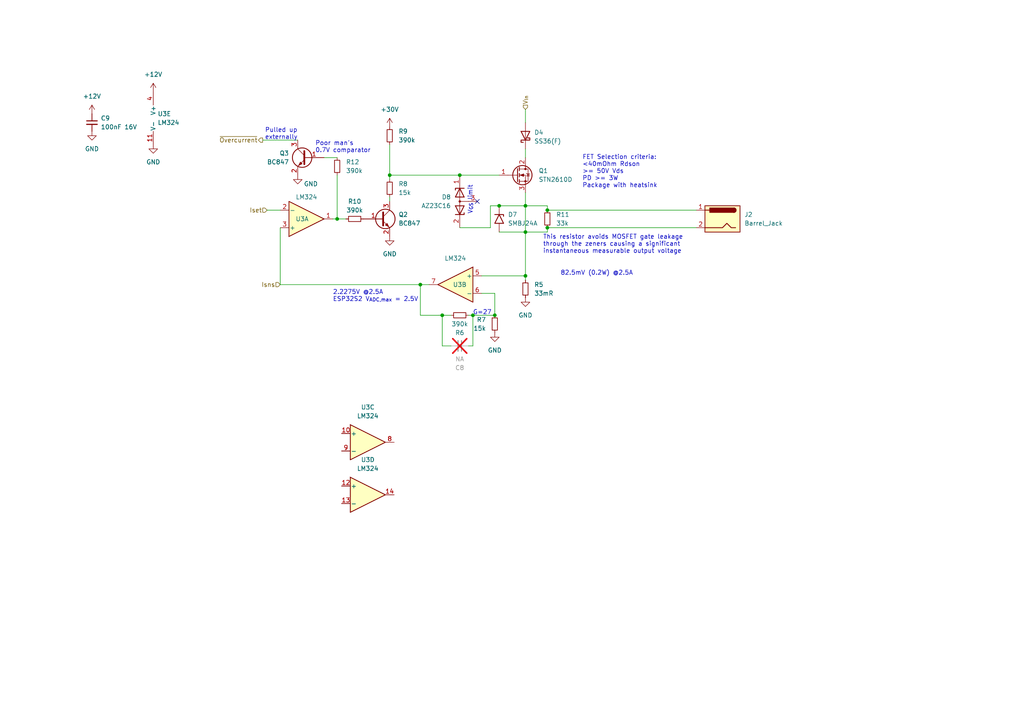
<source format=kicad_sch>
(kicad_sch (version 20230121) (generator eeschema)
  (paper "A4")
  (lib_symbols
    (symbol "Amplifier_Operational:LM324" (pin_names (offset 0.127))
      (property "Reference" "U" (at 0 5.08 0))
      (property "Value" "LM324" (at 0 -5.08 0))
      (symbol "LM324_1_1"
        (polyline (pts (xy -5.08 5.08) (xy 5.08 0) (xy -5.08 -5.08) (xy -5.08 5.08)) (stroke (width 0.254)) (fill (type background)))
        (pin output line (at 7.62 0 180) (length 2.54) (name "~") (number "1"))
        (pin input line (at -7.62 -2.54 0) (length 2.54) (name "-") (number "2"))
        (pin input line (at -7.62 2.54 0) (length 2.54) (name "+") (number "3"))
      )
      (symbol "LM324_2_1"
        (polyline (pts (xy -5.08 5.08) (xy 5.08 0) (xy -5.08 -5.08) (xy -5.08 5.08)) (stroke (width 0.254)) (fill (type background)))
        (pin input line (at -7.62 2.54 0) (length 2.54) (name "+") (number "5"))
        (pin input line (at -7.62 -2.54 0) (length 2.54) (name "-") (number "6"))
        (pin output line (at 7.62 0 180) (length 2.54) (name "~") (number "7"))
      )
      (symbol "LM324_3_1"
        (polyline (pts (xy -5.08 5.08) (xy 5.08 0) (xy -5.08 -5.08) (xy -5.08 5.08)) (stroke (width 0.254)) (fill (type background)))
        (pin input line (at -7.62 2.54 0) (length 2.54) (name "+") (number "10"))
        (pin output line (at 7.62 0 180) (length 2.54) (name "~") (number "8"))
        (pin input line (at -7.62 -2.54 0) (length 2.54) (name "-") (number "9"))
      )
      (symbol "LM324_4_1"
        (polyline (pts (xy -5.08 5.08) (xy 5.08 0) (xy -5.08 -5.08) (xy -5.08 5.08)) (stroke (width 0.254)) (fill (type background)))
        (pin input line (at -7.62 2.54 0) (length 2.54) (name "+") (number "12"))
        (pin input line (at -7.62 -2.54 0) (length 2.54) (name "-") (number "13"))
        (pin output line (at 7.62 0 180) (length 2.54) (name "~") (number "14"))
      )
      (symbol "LM324_5_1"
        (pin power_in line (at -2.54 -7.62 90) (length 3.81) (name "V-") (number "11"))
        (pin power_in line (at -2.54 7.62 270) (length 3.81) (name "V+") (number "4"))
      )
    )
    (symbol "Connector:Barrel_Jack" (pin_names (offset 1.016))
      (property "Reference" "J" (at 0 5.334 0))
      (property "Value" "Barrel_Jack" (at 0 -5.08 0))
      (symbol "Barrel_Jack_0_1"
        (rectangle (start -5.08 3.81) (end 5.08 -3.81) (stroke (width 0.254)) (fill (type background)))
        (arc (start -3.302 3.175) (mid -3.9343 2.54) (end -3.302 1.905) (stroke (width 0.254)))
        (arc (start -3.302 3.175) (mid -3.9343 2.54) (end -3.302 1.905) (stroke (width 0.254)) (fill (type outline)))
        (polyline (pts (xy 5.08 2.54) (xy 3.81 2.54)) (stroke (width 0.254)))
        (polyline (pts (xy -3.81 -2.54) (xy -2.54 -2.54) (xy -1.27 -1.27) (xy 0 -2.54) (xy 2.54 -2.54) (xy 5.08 -2.54)) (stroke (width 0.254)))
        (rectangle (start 3.683 3.175) (end -3.302 1.905) (stroke (width 0.254)) (fill (type outline)))
      )
      (symbol "Barrel_Jack_1_1"
        (pin passive line (at 7.62 2.54 180) (length 2.54) (name "~") (number "1"))
        (pin passive line (at 7.62 -2.54 180) (length 2.54) (name "~") (number "2"))
      )
    )
    (symbol "Device:C_Small" (pin_numbers hide) (pin_names (offset 0.254) hide)
      (property "Reference" "C" (at 0.254 1.778 0))
      (property "Value" "C_Small" (at 0.254 -2.032 0))
      (symbol "C_Small_0_1"
        (polyline (pts (xy -1.524 -0.508) (xy 1.524 -0.508)) (stroke (width 0.3302)))
        (polyline (pts (xy -1.524 0.508) (xy 1.524 0.508)) (stroke (width 0.3048)))
      )
      (symbol "C_Small_1_1"
        (pin passive line (at 0 2.54 270) (length 2.032) (name "~") (number "1"))
        (pin passive line (at 0 -2.54 90) (length 2.032) (name "~") (number "2"))
      )
    )
    (symbol "Device:D_Schottky" (pin_numbers hide) (pin_names (offset 1.016) hide)
      (property "Reference" "D" (at 0 2.54 0))
      (property "Value" "D_Schottky" (at 0 -2.54 0))
      (symbol "D_Schottky_0_1"
        (polyline (pts (xy 1.27 0) (xy -1.27 0)))
        (polyline (pts (xy 1.27 1.27) (xy 1.27 -1.27) (xy -1.27 0) (xy 1.27 1.27)) (stroke (width 0.254)))
        (polyline (pts (xy -1.905 0.635) (xy -1.905 1.27) (xy -1.27 1.27) (xy -1.27 -1.27) (xy -0.635 -1.27) (xy -0.635 -0.635)) (stroke (width 0.254)))
      )
      (symbol "D_Schottky_1_1"
        (pin passive line (at -3.81 0 0) (length 2.54) (name "K") (number "1"))
        (pin passive line (at 3.81 0 180) (length 2.54) (name "A") (number "2"))
      )
    )
    (symbol "Device:D_Zener_Dual_CommonAnode_KKA" (pin_names (offset 0.762) hide)
      (property "Reference" "D" (at 1.27 -2.54 0))
      (property "Value" "D_Zener_Dual_CommonAnode_KKA" (at 0 2.54 0))
      (symbol "D_Zener_Dual_CommonAnode_KKA_0_1"
        (polyline (pts (xy -3.556 0) (xy 3.81 0)))
        (polyline (pts (xy 0 0) (xy 0 -2.54)))
        (polyline (pts (xy -3.81 -1.27) (xy -3.81 1.27) (xy -3.302 1.27)) (stroke (width 0.254)))
        (polyline (pts (xy 3.302 -1.27) (xy 3.81 -1.27) (xy 3.81 1.27)) (stroke (width 0.254)))
        (polyline (pts (xy -1.27 -1.27) (xy -3.81 0) (xy -1.27 1.27) (xy -1.27 -1.27) (xy -1.27 -1.27) (xy -1.27 -1.27)) (stroke (width 0.254)))
        (polyline (pts (xy 1.27 1.27) (xy 3.81 0) (xy 1.27 -1.27) (xy 1.27 1.27) (xy 1.27 1.27) (xy 1.27 1.27)) (stroke (width 0.254)))
        (circle (center 0 0) (radius 0.254) (fill (type outline)))
        (pin passive line (at -7.62 0 0) (length 3.81) (name "K") (number "1"))
        (pin passive line (at 7.62 0 180) (length 3.81) (name "K") (number "2"))
        (pin passive line (at 0 -5.08 90) (length 2.54) (name "A") (number "3"))
      )
    )
    (symbol "Device:R_Small" (pin_numbers hide) (pin_names (offset 0.254) hide)
      (property "Reference" "R" (at 0.762 0.508 0))
      (property "Value" "R_Small" (at 0.762 -1.016 0))
      (symbol "R_Small_0_1"
        (rectangle (start -0.762 1.778) (end 0.762 -1.778) (stroke (width 0.2032)))
      )
      (symbol "R_Small_1_1"
        (pin passive line (at 0 2.54 270) (length 0.762) (name "~") (number "1"))
        (pin passive line (at 0 -2.54 90) (length 0.762) (name "~") (number "2"))
      )
    )
    (symbol "Diode:SMAJ12A" (pin_numbers hide) (pin_names (offset 1.016) hide)
      (property "Reference" "D" (at 0 2.54 0))
      (property "Value" "SMAJ12A" (at 0 -2.54 0))
      (symbol "SMAJ12A_0_1"
        (polyline (pts (xy -0.762 1.27) (xy -1.27 1.27) (xy -1.27 -1.27)) (stroke (width 0.254)))
        (polyline (pts (xy 1.27 1.27) (xy 1.27 -1.27) (xy -1.27 0) (xy 1.27 1.27)) (stroke (width 0.254)))
      )
      (symbol "SMAJ12A_1_1"
        (pin passive line (at -3.81 0 0) (length 2.54) (name "A1") (number "1"))
        (pin passive line (at 3.81 0 180) (length 2.54) (name "A2") (number "2"))
      )
    )
    (symbol "OpenPowerDistribution:+30V" (power) (pin_names (offset 0))
      (property "Value" "+30V" (at 0 3.81 0))
      (symbol "+30V_0_1"
        (polyline (pts (xy -0.762 1.27) (xy 0 2.54)))
        (polyline (pts (xy 0 0) (xy 0 2.54)))
        (polyline (pts (xy 0 2.54) (xy 0.762 1.27)))
      )
      (symbol "+30V_1_1"
        (pin power_in line (at 0 0 90) (length 0) hide (name "+30V") (number "1"))
      )
    )
    (symbol "Transistor_BJT:BC847" (pin_names (offset 0) hide)
      (property "Reference" "Q" (at 5.08 1.905 0))
      (property "Value" "BC847" (at 5.08 0 0))
      (symbol "BC847_0_1"
        (polyline (pts (xy 0.635 0.635) (xy 2.54 2.54)))
        (polyline (pts (xy 0.635 -0.635) (xy 2.54 -2.54) (xy 2.54 -2.54)))
        (polyline (pts (xy 0.635 1.905) (xy 0.635 -1.905) (xy 0.635 -1.905)) (stroke (width 0.508)))
        (polyline (pts (xy 1.27 -1.778) (xy 1.778 -1.27) (xy 2.286 -2.286) (xy 1.27 -1.778) (xy 1.27 -1.778)) (fill (type outline)))
        (circle (center 1.27 0) (radius 2.8194) (stroke (width 0.254)))
      )
      (symbol "BC847_1_1"
        (pin input line (at -5.08 0 0) (length 5.715) (name "B") (number "1"))
        (pin passive line (at 2.54 -5.08 90) (length 2.54) (name "E") (number "2"))
        (pin passive line (at 2.54 5.08 270) (length 2.54) (name "C") (number "3"))
      )
    )
    (symbol "Transistor_FET:IPD50R3K0CE" (pin_names hide)
      (property "Reference" "Q" (at 5.08 1.905 0))
      (property "Value" "IPD50R3K0CE" (at 5.08 0 0))
      (symbol "IPD50R3K0CE_0_1"
        (polyline (pts (xy 0.254 0) (xy -2.54 0)))
        (polyline (pts (xy 0.254 1.905) (xy 0.254 -1.905)) (stroke (width 0.254)))
        (polyline (pts (xy 0.762 -1.27) (xy 0.762 -2.286)) (stroke (width 0.254)))
        (polyline (pts (xy 0.762 0.508) (xy 0.762 -0.508)) (stroke (width 0.254)))
        (polyline (pts (xy 0.762 2.286) (xy 0.762 1.27)) (stroke (width 0.254)))
        (polyline (pts (xy 2.54 2.54) (xy 2.54 1.778)))
        (polyline (pts (xy 2.54 -2.54) (xy 2.54 0) (xy 0.762 0)))
        (polyline (pts (xy 0.762 -1.778) (xy 3.302 -1.778) (xy 3.302 1.778) (xy 0.762 1.778)))
        (polyline (pts (xy 1.016 0) (xy 2.032 0.381) (xy 2.032 -0.381) (xy 1.016 0)) (fill (type outline)))
        (polyline (pts (xy 2.794 0.508) (xy 2.921 0.381) (xy 3.683 0.381) (xy 3.81 0.254)))
        (polyline (pts (xy 3.302 0.381) (xy 2.921 -0.254) (xy 3.683 -0.254) (xy 3.302 0.381)))
        (circle (center 1.651 0) (radius 2.794) (stroke (width 0.254)))
        (circle (center 2.54 -1.778) (radius 0.254) (fill (type outline)))
        (circle (center 2.54 1.778) (radius 0.254) (fill (type outline)))
      )
      (symbol "IPD50R3K0CE_1_1"
        (pin input line (at -5.08 0 0) (length 2.54) (name "G") (number "1"))
        (pin passive line (at 2.54 5.08 270) (length 2.54) (name "D") (number "2"))
        (pin passive line (at 2.54 -5.08 90) (length 2.54) (name "S") (number "3"))
      )
    )
    (symbol "power:+12V" (power) (pin_names (offset 0))
      (property "Value" "+12V" (at 0 3.556 0))
      (symbol "+12V_0_1"
        (polyline (pts (xy -0.762 1.27) (xy 0 2.54)))
        (polyline (pts (xy 0 0) (xy 0 2.54)))
        (polyline (pts (xy 0 2.54) (xy 0.762 1.27)))
      )
      (symbol "+12V_1_1"
        (pin power_in line (at 0 0 90) (length 0) hide (name "+12V") (number "1"))
      )
    )
    (symbol "power:GND" (power) (pin_names (offset 0))
      (property "Value" "GND" (at 0 -3.81 0))
      (symbol "GND_0_1"
        (polyline (pts (xy 0 0) (xy 0 -1.27) (xy 1.27 -1.27) (xy 0 -2.54) (xy -1.27 -1.27) (xy 0 -1.27)))
      )
      (symbol "GND_1_1"
        (pin power_in line (at 0 0 270) (length 0) hide (name "GND") (number "1"))
      )
    )
  )
  (junction (at 128.27 91.44))
  (junction (at 113.03 50.8))
  (junction (at 121.92 82.55))
  (junction (at 158.75 66.04))
  (junction (at 152.4 80.01))
  (junction (at 152.4 59.69))
  (junction (at 133.35 50.8))
  (junction (at 143.51 91.44))
  (junction (at 97.79 63.5))
  (junction (at 152.4 67.31))
  (junction (at 137.16 91.44))
  (junction (at 144.78 59.69))
  (junction (at 158.75 60.96))
  (no_connect (at 138.43 58.42))
  (wire (pts (xy 139.7 80.01) (xy 152.4 80.01)))
  (wire (pts (xy 137.16 91.44) (xy 143.51 91.44)))
  (wire (pts (xy 137.16 91.44) (xy 135.89 91.44)))
  (wire (pts (xy 76.2 40.64) (xy 86.36 40.64)))
  (wire (pts (xy 152.4 31.75) (xy 152.4 35.56)))
  (wire (pts (xy 97.79 50.8) (xy 97.79 63.5)))
  (wire (pts (xy 152.4 59.69) (xy 152.4 55.88)))
  (wire (pts (xy 130.81 91.44) (xy 128.27 91.44)))
  (wire (pts (xy 158.75 59.69) (xy 152.4 59.69)))
  (wire (pts (xy 128.27 100.33) (xy 128.27 91.44)))
  (wire (pts (xy 143.51 91.44) (xy 143.51 85.09)))
  (wire (pts (xy 113.03 50.8) (xy 113.03 52.07)))
  (wire (pts (xy 144.78 59.69) (xy 152.4 59.69)))
  (wire (pts (xy 77.47 60.96) (xy 81.28 60.96)))
  (wire (pts (xy 130.81 100.33) (xy 128.27 100.33)))
  (wire (pts (xy 97.79 45.72) (xy 93.98 45.72)))
  (wire (pts (xy 158.75 59.69) (xy 158.75 60.96)))
  (wire (pts (xy 96.52 63.5) (xy 97.79 63.5)))
  (wire (pts (xy 152.4 67.31) (xy 152.4 80.01)))
  (wire (pts (xy 121.92 91.44) (xy 121.92 82.55)))
  (wire (pts (xy 133.35 66.04) (xy 142.24 66.04)))
  (wire (pts (xy 113.03 41.91) (xy 113.03 50.8)))
  (wire (pts (xy 137.16 100.33) (xy 137.16 91.44)))
  (wire (pts (xy 128.27 91.44) (xy 121.92 91.44)))
  (wire (pts (xy 137.16 100.33) (xy 135.89 100.33)))
  (wire (pts (xy 201.93 66.04) (xy 158.75 66.04)))
  (wire (pts (xy 113.03 50.8) (xy 133.35 50.8)))
  (wire (pts (xy 201.93 60.96) (xy 158.75 60.96)))
  (wire (pts (xy 152.4 80.01) (xy 152.4 81.28)))
  (wire (pts (xy 143.51 85.09) (xy 139.7 85.09)))
  (wire (pts (xy 97.79 63.5) (xy 100.33 63.5)))
  (wire (pts (xy 152.4 59.69) (xy 152.4 67.31)))
  (wire (pts (xy 158.75 67.31) (xy 152.4 67.31)))
  (wire (pts (xy 152.4 43.18) (xy 152.4 45.72)))
  (wire (pts (xy 121.92 82.55) (xy 124.46 82.55)))
  (wire (pts (xy 142.24 66.04) (xy 142.24 59.69)))
  (wire (pts (xy 142.24 59.69) (xy 144.78 59.69)))
  (wire (pts (xy 121.92 82.55) (xy 81.28 82.55)))
  (wire (pts (xy 133.35 50.8) (xy 144.78 50.8)))
  (wire (pts (xy 158.75 67.31) (xy 158.75 66.04)))
  (wire (pts (xy 144.78 67.31) (xy 152.4 67.31)))
  (wire (pts (xy 81.28 66.04) (xy 81.28 82.55)))
  (wire (pts (xy 113.03 57.15) (xy 113.03 58.42)))
  (text "This resistor avoids MOSFET gate leakage\nthrough the zeners causing a significant\ninstantaneous measurable output voltage" (at 157.48 73.66 0) (effects (font (size 1.27 1.27)) (justify left bottom)))
  (text "2.2275V @2.5A\nESP32S2 V_{ADC,max} = 2.5V" (at 96.52 87.63 0) (effects (font (size 1.27 1.27)) (justify left bottom)))
  (text "Pulled up\nexternally" (at 76.835 40.64 0) (effects (font (size 1.27 1.27)) (justify left bottom)))
  (text "82.5mV (0.2W) @2.5A" (at 162.56 80.01 0) (effects (font (size 1.27 1.27)) (justify left bottom)))
  (text "V_{GS} limit" (at 137.16 62.23 90) (effects (font (size 1.27 1.27)) (justify left bottom)))
  (text "Poor man's\n0.7V comparator" (at 91.44 44.45 0) (effects (font (size 1.27 1.27)) (justify left bottom)))
  (text "G=27" (at 137.16 91.44 0) (effects (font (size 1.27 1.27)) (justify left bottom)))
  (text "FET Selection criteria:\n<40mOhm Rdson\n>= 50V Vds\nPD >= 3W\nPackage with heatsink" (at 168.91 54.61 0) (effects (font (size 1.27 1.27)) (justify left bottom)))
  (hierarchical_label "~{Overcurrent}" (shape output) (at 76.2 40.64 180))
  (hierarchical_label "Isns" (shape input) (at 81.28 82.55 180))
  (hierarchical_label "Iset" (shape input) (at 77.47 60.96 180))
  (hierarchical_label "V_{In}" (shape input) (at 152.4 31.75 90))
  (symbol (lib_id "Amplifier_Operational:LM324") (at 132.08 82.55 0) (mirror y) (unit 2)
    (property "Reference" "U3" (at 133.35 82.55 0))
    (property "Value" "LM324" (at 132.08 74.93 0))
    (property "Datasheet" "http://www.ti.com/lit/ds/symlink/lm2902-n.pdf" (effects hide))
  )
  (symbol (lib_id "power:GND") (at 152.4 86.36 0) (unit 1)
    (property "Reference" "#PWR020" (effects hide))
    (property "Value" "GND" (at 152.4 91.44 0))
  )
  (symbol (lib_id "Device:C_Small") (at 133.35 100.33 270) (mirror x) (unit 1) (dnp yes)
    (property "Reference" "C8" (at 133.3436 106.68 90))
    (property "Value" "NA" (at 133.3436 104.14 90))
  )
  (symbol (lib_id "Device:D_Zener_Dual_CommonAnode_KKA") (at 133.35 58.42 90) (mirror x) (unit 1)
    (property "Reference" "D8" (at 130.81 57.15 90) (effects (justify left)))
    (property "Value" "AZ23C16" (at 130.81 59.69 90) (effects (justify left)))
    (property "LCSC Part#" "C967995" (effects hide))
  )
  (symbol (lib_id "Device:R_Small") (at 102.87 63.5 90) (mirror x) (unit 1)
    (property "Reference" "R10" (at 102.87 58.42 90))
    (property "Value" "390k" (at 102.87 60.96 90))
  )
  (symbol (lib_id "Device:R_Small") (at 113.03 39.37 0) (mirror y) (unit 1)
    (property "Reference" "R9" (at 115.57 38.1 0) (effects (justify right)))
    (property "Value" "390k" (at 115.57 40.64 0) (effects (justify right)))
  )
  (symbol (lib_id "power:GND") (at 113.03 68.58 0) (unit 1)
    (property "Reference" "#PWR024" (effects hide))
    (property "Value" "GND" (at 113.03 73.66 0))
  )
  (symbol (lib_id "Diode:SMAJ12A") (at 144.78 63.5 270) (unit 1)
    (property "Reference" "D7" (at 147.32 62.23 90) (effects (justify left)))
    (property "Value" "SMBJ24A" (at 147.32 64.77 90) (effects (justify left)))
    (property "Footprint" "Diode_SMD:D_SMA" (effects hide))
    (property "Datasheet" "https://www.littelfuse.com/media?resourcetype=datasheets&itemid=75e32973-b177-4ee3-a0ff-cedaf1abdb93&filename=smaj-datasheet" (effects hide))
  )
  (symbol (lib_id "Amplifier_Operational:LM324") (at 106.68 128.27 0) (unit 3)
    (property "Reference" "U3" (at 106.68 118.11 0))
    (property "Value" "LM324" (at 106.68 120.65 0))
    (property "Datasheet" "http://www.ti.com/lit/ds/symlink/lm2902-n.pdf" (effects hide))
  )
  (symbol (lib_id "Device:R_Small") (at 152.4 83.82 0) (mirror y) (unit 1)
    (property "Reference" "R5" (at 154.94 82.55 0) (effects (justify right)))
    (property "Value" "33mR" (at 154.94 85.09 0) (effects (justify right)))
    (property "Footprint" "Resistor_SMD:R_1206_3216Metric" (effects hide))
  )
  (symbol (lib_id "power:GND") (at 26.67 38.1 0) (unit 1)
    (property "Reference" "#PWR027" (effects hide))
    (property "Value" "GND" (at 26.67 43.18 0))
  )
  (symbol (lib_id "Amplifier_Operational:LM324") (at 88.9 63.5 0) (mirror x) (unit 1)
    (property "Reference" "U3" (at 87.63 63.5 0))
    (property "Value" "LM324" (at 88.9 57.15 0))
    (property "Datasheet" "http://www.ti.com/lit/ds/symlink/lm2902-n.pdf" (effects hide))
  )
  (symbol (lib_id "Transistor_BJT:BC847") (at 88.9 45.72 0) (mirror y) (unit 1)
    (property "Reference" "Q3" (at 83.82 44.45 0) (effects (justify left)))
    (property "Value" "BC847" (at 83.82 46.99 0) (effects (justify left)))
    (property "Footprint" "Package_TO_SOT_SMD:SOT-23" (effects hide))
    (property "Datasheet" "http://www.infineon.com/dgdl/Infineon-BC847SERIES_BC848SERIES_BC849SERIES_BC850SERIES-DS-v01_01-en.pdf?fileId=db3a304314dca389011541d4630a1657" (effects hide))
  )
  (symbol (lib_id "Device:C_Small") (at 26.67 35.56 0) (unit 1)
    (property "Reference" "C9" (at 29.21 34.2963 0) (effects (justify left)))
    (property "Value" "100nF 16V" (at 29.21 36.8363 0) (effects (justify left)))
    (property "Footprint" "Capacitor_SMD:C_0603_1608Metric" (effects hide))
  )
  (symbol (lib_id "OpenPowerDistribution:+30V") (at 113.03 36.83 0) (unit 1)
    (property "Reference" "#PWR025" (effects hide))
    (property "Value" "+30V" (at 113.03 31.75 0))
  )
  (symbol (lib_id "Transistor_BJT:BC847") (at 110.49 63.5 0) (unit 1)
    (property "Reference" "Q2" (at 115.57 62.23 0) (effects (justify left)))
    (property "Value" "BC847" (at 115.57 64.77 0) (effects (justify left)))
    (property "Footprint" "Package_TO_SOT_SMD:SOT-23" (effects hide))
    (property "Datasheet" "http://www.infineon.com/dgdl/Infineon-BC847SERIES_BC848SERIES_BC849SERIES_BC850SERIES-DS-v01_01-en.pdf?fileId=db3a304314dca389011541d4630a1657" (effects hide))
  )
  (symbol (lib_id "Device:R_Small") (at 158.75 63.5 0) (unit 1)
    (property "Reference" "R11" (at 161.29 62.23 0) (effects (justify left)))
    (property "Value" "33k" (at 161.29 64.77 0) (effects (justify left)))
  )
  (symbol (lib_id "Device:D_Schottky") (at 152.4 39.37 90) (unit 1)
    (property "Reference" "D4" (at 154.94 38.4175 90) (effects (justify right)))
    (property "Value" "SS36(F)" (at 154.94 40.9575 90) (effects (justify right)))
    (property "Footprint" "Diode_SMD:D_SMA" (effects hide))
    (property "LCSC Part#" "C5365352" (effects hide))
    (instances (project "OpenPowerDistribution" (path "" (reference "D4") (unit 1)) (path "" (reference "D5") (unit 1))))
  )
  (symbol (lib_id "Device:R_Small") (at 143.51 93.98 0) (mirror x) (unit 1)
    (property "Reference" "R7" (at 140.97 92.71 0) (effects (justify right)))
    (property "Value" "15k" (at 140.97 95.25 0) (effects (justify right)))
  )
  (symbol (lib_id "Device:R_Small") (at 97.79 48.26 0) (mirror y) (unit 1)
    (property "Reference" "R12" (at 100.33 46.99 0) (effects (justify right)))
    (property "Value" "390k" (at 100.33 49.53 0) (effects (justify right)))
  )
  (symbol (lib_id "power:GND") (at 44.45 41.91 0) (unit 1)
    (property "Reference" "#PWR023" (effects hide))
    (property "Value" "GND" (at 44.45 46.99 0))
  )
  (symbol (lib_id "Connector:Barrel_Jack") (at 209.55 63.5 0) (mirror y) (unit 1)
    (property "Reference" "J2" (at 215.9 62.23 0) (effects (justify right)))
    (property "Value" "Barrel_Jack" (at 215.9 64.77 0) (effects (justify right)))
  )
  (symbol (lib_id "Transistor_FET:IPD50R3K0CE") (at 149.86 50.8 0) (unit 1)
    (property "Reference" "Q1" (at 156.21 49.53 0) (effects (justify left)))
    (property "Value" "STN2610D" (at 156.21 52.07 0) (effects (justify left)))
    (property "Footprint" "Package_TO_SOT_SMD:TO-252-2" (effects hide))
    (property "LCSC Part#" "C2682827" (effects hide))
  )
  (symbol (lib_id "power:GND") (at 86.36 50.8 0) (unit 1)
    (property "Reference" "#PWR028" (effects hide))
    (property "Value" "GND" (at 90.17 53.34 0))
  )
  (symbol (lib_id "power:GND") (at 143.51 96.52 0) (unit 1)
    (property "Reference" "#PWR021" (effects hide))
    (property "Value" "GND" (at 143.51 101.6 0))
  )
  (symbol (lib_id "Device:R_Small") (at 133.35 91.44 90) (mirror x) (unit 1)
    (property "Reference" "R6" (at 133.35 96.52 90))
    (property "Value" "390k" (at 133.35 93.98 90))
  )
  (symbol (lib_id "power:+12V") (at 26.67 33.02 0) (unit 1)
    (property "Reference" "#PWR026" (effects hide))
    (property "Value" "+12V" (at 26.67 27.94 0))
  )
  (symbol (lib_id "Device:R_Small") (at 113.03 54.61 0) (mirror y) (unit 1)
    (property "Reference" "R8" (at 115.57 53.34 0) (effects (justify right)))
    (property "Value" "15k" (at 115.57 55.88 0) (effects (justify right)))
  )
  (symbol (lib_id "Amplifier_Operational:LM324") (at 106.68 143.51 0) (unit 4)
    (property "Reference" "U3" (at 106.68 133.35 0))
    (property "Value" "LM324" (at 106.68 135.89 0))
    (property "Datasheet" "http://www.ti.com/lit/ds/symlink/lm2902-n.pdf" (effects hide))
  )
  (symbol (lib_id "power:+12V") (at 44.45 26.67 0) (unit 1)
    (property "Reference" "#PWR022" (effects hide))
    (property "Value" "+12V" (at 44.45 21.59 0))
  )
  (symbol (lib_id "Amplifier_Operational:LM324") (at 46.99 34.29 0) (unit 5)
    (property "Reference" "U3" (at 45.72 33.02 0) (effects (justify left)))
    (property "Value" "LM324" (at 45.72 35.56 0) (effects (justify left)))
    (property "Datasheet" "http://www.ti.com/lit/ds/symlink/lm2902-n.pdf" (effects hide))
  )
)
</source>
